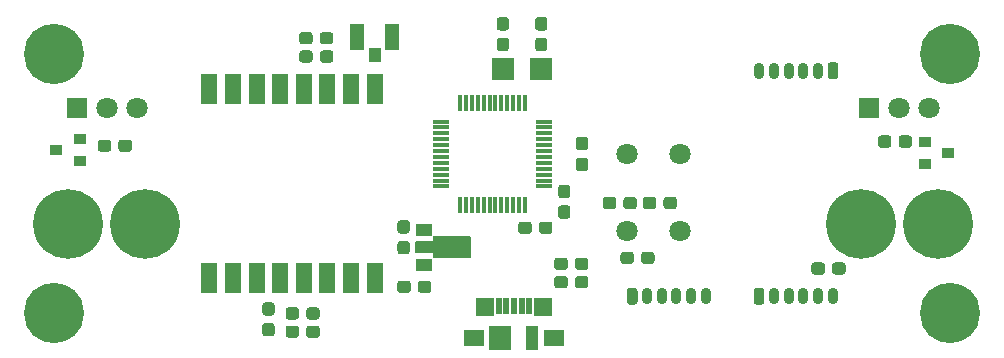
<source format=gts>
G04 #@! TF.GenerationSoftware,KiCad,Pcbnew,5.99.0-unknown-c7daca1~86~ubuntu18.04.1*
G04 #@! TF.CreationDate,2020-03-27T13:13:07-03:00*
G04 #@! TF.ProjectId,FOD,464f442e-6b69-4636-9164-5f7063625858,rev?*
G04 #@! TF.SameCoordinates,Original*
G04 #@! TF.FileFunction,Soldermask,Top*
G04 #@! TF.FilePolarity,Negative*
%FSLAX46Y46*%
G04 Gerber Fmt 4.6, Leading zero omitted, Abs format (unit mm)*
G04 Created by KiCad (PCBNEW 5.99.0-unknown-c7daca1~86~ubuntu18.04.1) date 2020-03-27 13:13:07*
%MOMM*%
%LPD*%
G01*
G04 APERTURE LIST*
%ADD10R,1.850000X1.900000*%
%ADD11C,5.900000*%
%ADD12C,5.100000*%
%ADD13C,1.800000*%
%ADD14R,1.800000X1.800000*%
%ADD15R,1.400000X2.600000*%
%ADD16R,1.400000X1.000000*%
%ADD17R,1.400000X0.350000*%
%ADD18R,0.350000X1.400000*%
%ADD19R,1.000000X0.900000*%
%ADD20R,1.150000X2.300000*%
%ADD21R,1.100000X1.150000*%
%ADD22O,0.900000X1.400000*%
%ADD23R,1.100000X2.000000*%
%ADD24R,1.900000X2.000000*%
%ADD25R,1.750000X1.400000*%
%ADD26R,1.525000X1.650000*%
%ADD27R,0.550000X1.480000*%
G04 APERTURE END LIST*
G36*
G01*
X169175000Y-101962500D02*
X169175000Y-101437500D01*
G75*
G02*
X169437500Y-101175000I262500J0D01*
G01*
X170062500Y-101175000D01*
G75*
G02*
X170325000Y-101437500I0J-262500D01*
G01*
X170325000Y-101962500D01*
G75*
G02*
X170062500Y-102225000I-262500J0D01*
G01*
X169437500Y-102225000D01*
G75*
G02*
X169175000Y-101962500I0J262500D01*
G01*
G37*
G36*
G01*
X167425000Y-101962500D02*
X167425000Y-101437500D01*
G75*
G02*
X167687500Y-101175000I262500J0D01*
G01*
X168312500Y-101175000D01*
G75*
G02*
X168575000Y-101437500I0J-262500D01*
G01*
X168575000Y-101962500D01*
G75*
G02*
X168312500Y-102225000I-262500J0D01*
G01*
X167687500Y-102225000D01*
G75*
G02*
X167425000Y-101962500I0J262500D01*
G01*
G37*
D10*
X141300000Y-84800000D03*
X144550000Y-84800000D03*
D11*
X171600000Y-97900000D03*
X178100000Y-97900000D03*
X111000000Y-97900000D03*
X104500000Y-97900000D03*
D12*
X179200000Y-83500000D03*
X179200000Y-105500000D03*
X103300000Y-105500000D03*
X103300000Y-83500000D03*
D13*
X110290000Y-88100000D03*
X107750000Y-88100000D03*
D14*
X105210000Y-88100000D03*
D13*
X177390000Y-88100000D03*
X174850000Y-88100000D03*
D14*
X172310000Y-88100000D03*
D15*
X116450000Y-86500000D03*
X118450000Y-86500000D03*
X120450000Y-86500000D03*
X122450000Y-86500000D03*
X124450000Y-86500000D03*
X126450000Y-86500000D03*
X128450000Y-86500000D03*
X130450000Y-86500000D03*
X130450000Y-102500000D03*
X128450000Y-102500000D03*
X126450000Y-102500000D03*
X124450000Y-102500000D03*
X122450000Y-102500000D03*
X120450000Y-102500000D03*
X118450000Y-102500000D03*
X116450000Y-102500000D03*
G36*
X138589092Y-99002326D02*
G01*
X138600000Y-99033500D01*
X138600000Y-100766500D01*
X138581174Y-100805592D01*
X138550000Y-100816500D01*
X135425000Y-100816500D01*
X135385908Y-100797674D01*
X135375000Y-100766500D01*
X135375000Y-100400000D01*
X133950000Y-100400000D01*
X133910908Y-100381174D01*
X133900000Y-100350000D01*
X133900000Y-99450000D01*
X133918826Y-99410908D01*
X133950000Y-99400000D01*
X135375000Y-99400000D01*
X135375000Y-99033500D01*
X135393826Y-98994408D01*
X135425000Y-98983500D01*
X138550000Y-98983500D01*
X138589092Y-99002326D01*
G37*
D16*
X134600000Y-101400000D03*
X134600000Y-98400000D03*
D17*
X144775000Y-89250000D03*
X144775000Y-89750000D03*
X144775000Y-90250000D03*
X144775000Y-90750000D03*
X144775000Y-91250000D03*
X144775000Y-91750000D03*
X144775000Y-92250000D03*
X144775000Y-92750000D03*
X144775000Y-93250000D03*
X144775000Y-93750000D03*
X144775000Y-94250000D03*
X144775000Y-94750000D03*
D18*
X143175000Y-96350000D03*
X142675000Y-96350000D03*
X142175000Y-96350000D03*
X141675000Y-96350000D03*
X141175000Y-96350000D03*
X140675000Y-96350000D03*
X140175000Y-96350000D03*
X139675000Y-96350000D03*
X139175000Y-96350000D03*
X138675000Y-96350000D03*
X138175000Y-96350000D03*
X137675000Y-96350000D03*
D17*
X136075000Y-94750000D03*
X136075000Y-94250000D03*
X136075000Y-93750000D03*
X136075000Y-93250000D03*
X136075000Y-92750000D03*
X136075000Y-92250000D03*
X136075000Y-91750000D03*
X136075000Y-91250000D03*
X136075000Y-90750000D03*
X136075000Y-90250000D03*
X136075000Y-89750000D03*
X136075000Y-89250000D03*
D18*
X137675000Y-87650000D03*
X138175000Y-87650000D03*
X138675000Y-87650000D03*
X139175000Y-87650000D03*
X139675000Y-87650000D03*
X140175000Y-87650000D03*
X140675000Y-87650000D03*
X141175000Y-87650000D03*
X141675000Y-87650000D03*
X142175000Y-87650000D03*
X142675000Y-87650000D03*
X143175000Y-87650000D03*
D13*
X151800000Y-92000000D03*
X151800000Y-98500000D03*
X156300000Y-92000000D03*
X156300000Y-98500000D03*
G36*
G01*
X108750000Y-91562500D02*
X108750000Y-91037500D01*
G75*
G02*
X109012500Y-90775000I262500J0D01*
G01*
X109637500Y-90775000D01*
G75*
G02*
X109900000Y-91037500I0J-262500D01*
G01*
X109900000Y-91562500D01*
G75*
G02*
X109637500Y-91825000I-262500J0D01*
G01*
X109012500Y-91825000D01*
G75*
G02*
X108750000Y-91562500I0J262500D01*
G01*
G37*
G36*
G01*
X107000000Y-91562500D02*
X107000000Y-91037500D01*
G75*
G02*
X107262500Y-90775000I262500J0D01*
G01*
X107887500Y-90775000D01*
G75*
G02*
X108150000Y-91037500I0J-262500D01*
G01*
X108150000Y-91562500D01*
G75*
G02*
X107887500Y-91825000I-262500J0D01*
G01*
X107262500Y-91825000D01*
G75*
G02*
X107000000Y-91562500I0J262500D01*
G01*
G37*
G36*
G01*
X174200000Y-90687500D02*
X174200000Y-91212500D01*
G75*
G02*
X173937500Y-91475000I-262500J0D01*
G01*
X173312500Y-91475000D01*
G75*
G02*
X173050000Y-91212500I0J262500D01*
G01*
X173050000Y-90687500D01*
G75*
G02*
X173312500Y-90425000I262500J0D01*
G01*
X173937500Y-90425000D01*
G75*
G02*
X174200000Y-90687500I0J-262500D01*
G01*
G37*
G36*
G01*
X175950000Y-90687500D02*
X175950000Y-91212500D01*
G75*
G02*
X175687500Y-91475000I-262500J0D01*
G01*
X175062500Y-91475000D01*
G75*
G02*
X174800000Y-91212500I0J262500D01*
G01*
X174800000Y-90687500D01*
G75*
G02*
X175062500Y-90425000I262500J0D01*
G01*
X175687500Y-90425000D01*
G75*
G02*
X175950000Y-90687500I0J-262500D01*
G01*
G37*
G36*
G01*
X121712500Y-105700000D02*
X121187500Y-105700000D01*
G75*
G02*
X120925000Y-105437500I0J262500D01*
G01*
X120925000Y-104812500D01*
G75*
G02*
X121187500Y-104550000I262500J0D01*
G01*
X121712500Y-104550000D01*
G75*
G02*
X121975000Y-104812500I0J-262500D01*
G01*
X121975000Y-105437500D01*
G75*
G02*
X121712500Y-105700000I-262500J0D01*
G01*
G37*
G36*
G01*
X121712500Y-107450000D02*
X121187500Y-107450000D01*
G75*
G02*
X120925000Y-107187500I0J262500D01*
G01*
X120925000Y-106562500D01*
G75*
G02*
X121187500Y-106300000I262500J0D01*
G01*
X121712500Y-106300000D01*
G75*
G02*
X121975000Y-106562500I0J-262500D01*
G01*
X121975000Y-107187500D01*
G75*
G02*
X121712500Y-107450000I-262500J0D01*
G01*
G37*
G36*
G01*
X146237500Y-96350000D02*
X146762500Y-96350000D01*
G75*
G02*
X147025000Y-96612500I0J-262500D01*
G01*
X147025000Y-97237500D01*
G75*
G02*
X146762500Y-97500000I-262500J0D01*
G01*
X146237500Y-97500000D01*
G75*
G02*
X145975000Y-97237500I0J262500D01*
G01*
X145975000Y-96612500D01*
G75*
G02*
X146237500Y-96350000I262500J0D01*
G01*
G37*
G36*
G01*
X146237500Y-94600000D02*
X146762500Y-94600000D01*
G75*
G02*
X147025000Y-94862500I0J-262500D01*
G01*
X147025000Y-95487500D01*
G75*
G02*
X146762500Y-95750000I-262500J0D01*
G01*
X146237500Y-95750000D01*
G75*
G02*
X145975000Y-95487500I0J262500D01*
G01*
X145975000Y-94862500D01*
G75*
G02*
X146237500Y-94600000I262500J0D01*
G01*
G37*
G36*
G01*
X146800000Y-101037500D02*
X146800000Y-101562500D01*
G75*
G02*
X146537500Y-101825000I-262500J0D01*
G01*
X145912500Y-101825000D01*
G75*
G02*
X145650000Y-101562500I0J262500D01*
G01*
X145650000Y-101037500D01*
G75*
G02*
X145912500Y-100775000I262500J0D01*
G01*
X146537500Y-100775000D01*
G75*
G02*
X146800000Y-101037500I0J-262500D01*
G01*
G37*
G36*
G01*
X148550000Y-101037500D02*
X148550000Y-101562500D01*
G75*
G02*
X148287500Y-101825000I-262500J0D01*
G01*
X147662500Y-101825000D01*
G75*
G02*
X147400000Y-101562500I0J262500D01*
G01*
X147400000Y-101037500D01*
G75*
G02*
X147662500Y-100775000I262500J0D01*
G01*
X148287500Y-100775000D01*
G75*
G02*
X148550000Y-101037500I0J-262500D01*
G01*
G37*
G36*
G01*
X152400000Y-100537500D02*
X152400000Y-101062500D01*
G75*
G02*
X152137500Y-101325000I-262500J0D01*
G01*
X151512500Y-101325000D01*
G75*
G02*
X151250000Y-101062500I0J262500D01*
G01*
X151250000Y-100537500D01*
G75*
G02*
X151512500Y-100275000I262500J0D01*
G01*
X152137500Y-100275000D01*
G75*
G02*
X152400000Y-100537500I0J-262500D01*
G01*
G37*
G36*
G01*
X154150000Y-100537500D02*
X154150000Y-101062500D01*
G75*
G02*
X153887500Y-101325000I-262500J0D01*
G01*
X153262500Y-101325000D01*
G75*
G02*
X153000000Y-101062500I0J262500D01*
G01*
X153000000Y-100537500D01*
G75*
G02*
X153262500Y-100275000I262500J0D01*
G01*
X153887500Y-100275000D01*
G75*
G02*
X154150000Y-100537500I0J-262500D01*
G01*
G37*
G36*
G01*
X154900000Y-96412500D02*
X154900000Y-95887500D01*
G75*
G02*
X155162500Y-95625000I262500J0D01*
G01*
X155787500Y-95625000D01*
G75*
G02*
X156050000Y-95887500I0J-262500D01*
G01*
X156050000Y-96412500D01*
G75*
G02*
X155787500Y-96675000I-262500J0D01*
G01*
X155162500Y-96675000D01*
G75*
G02*
X154900000Y-96412500I0J262500D01*
G01*
G37*
G36*
G01*
X153150000Y-96412500D02*
X153150000Y-95887500D01*
G75*
G02*
X153412500Y-95625000I262500J0D01*
G01*
X154037500Y-95625000D01*
G75*
G02*
X154300000Y-95887500I0J-262500D01*
G01*
X154300000Y-96412500D01*
G75*
G02*
X154037500Y-96675000I-262500J0D01*
G01*
X153412500Y-96675000D01*
G75*
G02*
X153150000Y-96412500I0J262500D01*
G01*
G37*
D19*
X103500000Y-91650000D03*
X105500000Y-90700000D03*
X105500000Y-92600000D03*
X179000000Y-91900000D03*
X177000000Y-92850000D03*
X177000000Y-90950000D03*
D20*
X128975000Y-82125000D03*
D21*
X130450000Y-83650000D03*
D20*
X131925000Y-82125000D03*
D22*
X158500000Y-104050000D03*
X157250000Y-104050000D03*
X156000000Y-104050000D03*
X154750000Y-104050000D03*
X153500000Y-104050000D03*
G36*
G01*
X151800000Y-104525000D02*
X151800000Y-103575000D01*
G75*
G02*
X152025000Y-103350000I225000J0D01*
G01*
X152475000Y-103350000D01*
G75*
G02*
X152700000Y-103575000I0J-225000D01*
G01*
X152700000Y-104525000D01*
G75*
G02*
X152475000Y-104750000I-225000J0D01*
G01*
X152025000Y-104750000D01*
G75*
G02*
X151800000Y-104525000I0J225000D01*
G01*
G37*
X163000000Y-84950000D03*
X164250000Y-84950000D03*
X165500000Y-84950000D03*
X166750000Y-84950000D03*
X168000000Y-84950000D03*
G36*
G01*
X169700000Y-84475000D02*
X169700000Y-85425000D01*
G75*
G02*
X169475000Y-85650000I-225000J0D01*
G01*
X169025000Y-85650000D01*
G75*
G02*
X168800000Y-85425000I0J225000D01*
G01*
X168800000Y-84475000D01*
G75*
G02*
X169025000Y-84250000I225000J0D01*
G01*
X169475000Y-84250000D01*
G75*
G02*
X169700000Y-84475000I0J-225000D01*
G01*
G37*
X169250000Y-104050000D03*
X168000000Y-104050000D03*
X166750000Y-104050000D03*
X165500000Y-104050000D03*
X164250000Y-104050000D03*
G36*
G01*
X162550000Y-104525000D02*
X162550000Y-103575000D01*
G75*
G02*
X162775000Y-103350000I225000J0D01*
G01*
X163225000Y-103350000D01*
G75*
G02*
X163450000Y-103575000I0J-225000D01*
G01*
X163450000Y-104525000D01*
G75*
G02*
X163225000Y-104750000I-225000J0D01*
G01*
X162775000Y-104750000D01*
G75*
G02*
X162550000Y-104525000I0J225000D01*
G01*
G37*
D23*
X143800000Y-107550000D03*
D24*
X141100000Y-107550000D03*
D25*
X145625000Y-107550000D03*
X138875000Y-107550000D03*
D26*
X144737500Y-104975000D03*
X139762500Y-104975000D03*
D27*
X143550000Y-104890000D03*
X142900000Y-104890000D03*
X142250000Y-104890000D03*
X141600000Y-104890000D03*
X140950000Y-104890000D03*
G36*
G01*
X124650000Y-105762500D02*
X124650000Y-105237500D01*
G75*
G02*
X124912500Y-104975000I262500J0D01*
G01*
X125537500Y-104975000D01*
G75*
G02*
X125800000Y-105237500I0J-262500D01*
G01*
X125800000Y-105762500D01*
G75*
G02*
X125537500Y-106025000I-262500J0D01*
G01*
X124912500Y-106025000D01*
G75*
G02*
X124650000Y-105762500I0J262500D01*
G01*
G37*
G36*
G01*
X122900000Y-105762500D02*
X122900000Y-105237500D01*
G75*
G02*
X123162500Y-104975000I262500J0D01*
G01*
X123787500Y-104975000D01*
G75*
G02*
X124050000Y-105237500I0J-262500D01*
G01*
X124050000Y-105762500D01*
G75*
G02*
X123787500Y-106025000I-262500J0D01*
G01*
X123162500Y-106025000D01*
G75*
G02*
X122900000Y-105762500I0J262500D01*
G01*
G37*
G36*
G01*
X124650000Y-107312500D02*
X124650000Y-106787500D01*
G75*
G02*
X124912500Y-106525000I262500J0D01*
G01*
X125537500Y-106525000D01*
G75*
G02*
X125800000Y-106787500I0J-262500D01*
G01*
X125800000Y-107312500D01*
G75*
G02*
X125537500Y-107575000I-262500J0D01*
G01*
X124912500Y-107575000D01*
G75*
G02*
X124650000Y-107312500I0J262500D01*
G01*
G37*
G36*
G01*
X122900000Y-107312500D02*
X122900000Y-106787500D01*
G75*
G02*
X123162500Y-106525000I262500J0D01*
G01*
X123787500Y-106525000D01*
G75*
G02*
X124050000Y-106787500I0J-262500D01*
G01*
X124050000Y-107312500D01*
G75*
G02*
X123787500Y-107575000I-262500J0D01*
G01*
X123162500Y-107575000D01*
G75*
G02*
X122900000Y-107312500I0J262500D01*
G01*
G37*
G36*
G01*
X133500000Y-102987500D02*
X133500000Y-103512500D01*
G75*
G02*
X133237500Y-103775000I-262500J0D01*
G01*
X132612500Y-103775000D01*
G75*
G02*
X132350000Y-103512500I0J262500D01*
G01*
X132350000Y-102987500D01*
G75*
G02*
X132612500Y-102725000I262500J0D01*
G01*
X133237500Y-102725000D01*
G75*
G02*
X133500000Y-102987500I0J-262500D01*
G01*
G37*
G36*
G01*
X135250000Y-102987500D02*
X135250000Y-103512500D01*
G75*
G02*
X134987500Y-103775000I-262500J0D01*
G01*
X134362500Y-103775000D01*
G75*
G02*
X134100000Y-103512500I0J262500D01*
G01*
X134100000Y-102987500D01*
G75*
G02*
X134362500Y-102725000I262500J0D01*
G01*
X134987500Y-102725000D01*
G75*
G02*
X135250000Y-102987500I0J-262500D01*
G01*
G37*
G36*
G01*
X133162500Y-98750000D02*
X132637500Y-98750000D01*
G75*
G02*
X132375000Y-98487500I0J262500D01*
G01*
X132375000Y-97862500D01*
G75*
G02*
X132637500Y-97600000I262500J0D01*
G01*
X133162500Y-97600000D01*
G75*
G02*
X133425000Y-97862500I0J-262500D01*
G01*
X133425000Y-98487500D01*
G75*
G02*
X133162500Y-98750000I-262500J0D01*
G01*
G37*
G36*
G01*
X133162500Y-100500000D02*
X132637500Y-100500000D01*
G75*
G02*
X132375000Y-100237500I0J262500D01*
G01*
X132375000Y-99612500D01*
G75*
G02*
X132637500Y-99350000I262500J0D01*
G01*
X133162500Y-99350000D01*
G75*
G02*
X133425000Y-99612500I0J-262500D01*
G01*
X133425000Y-100237500D01*
G75*
G02*
X133162500Y-100500000I-262500J0D01*
G01*
G37*
G36*
G01*
X141562500Y-81550000D02*
X141037500Y-81550000D01*
G75*
G02*
X140775000Y-81287500I0J262500D01*
G01*
X140775000Y-80662500D01*
G75*
G02*
X141037500Y-80400000I262500J0D01*
G01*
X141562500Y-80400000D01*
G75*
G02*
X141825000Y-80662500I0J-262500D01*
G01*
X141825000Y-81287500D01*
G75*
G02*
X141562500Y-81550000I-262500J0D01*
G01*
G37*
G36*
G01*
X141562500Y-83300000D02*
X141037500Y-83300000D01*
G75*
G02*
X140775000Y-83037500I0J262500D01*
G01*
X140775000Y-82412500D01*
G75*
G02*
X141037500Y-82150000I262500J0D01*
G01*
X141562500Y-82150000D01*
G75*
G02*
X141825000Y-82412500I0J-262500D01*
G01*
X141825000Y-83037500D01*
G75*
G02*
X141562500Y-83300000I-262500J0D01*
G01*
G37*
G36*
G01*
X144812500Y-81550000D02*
X144287500Y-81550000D01*
G75*
G02*
X144025000Y-81287500I0J262500D01*
G01*
X144025000Y-80662500D01*
G75*
G02*
X144287500Y-80400000I262500J0D01*
G01*
X144812500Y-80400000D01*
G75*
G02*
X145075000Y-80662500I0J-262500D01*
G01*
X145075000Y-81287500D01*
G75*
G02*
X144812500Y-81550000I-262500J0D01*
G01*
G37*
G36*
G01*
X144812500Y-83300000D02*
X144287500Y-83300000D01*
G75*
G02*
X144025000Y-83037500I0J262500D01*
G01*
X144025000Y-82412500D01*
G75*
G02*
X144287500Y-82150000I262500J0D01*
G01*
X144812500Y-82150000D01*
G75*
G02*
X145075000Y-82412500I0J-262500D01*
G01*
X145075000Y-83037500D01*
G75*
G02*
X144812500Y-83300000I-262500J0D01*
G01*
G37*
G36*
G01*
X150900000Y-95887500D02*
X150900000Y-96412500D01*
G75*
G02*
X150637500Y-96675000I-262500J0D01*
G01*
X150012500Y-96675000D01*
G75*
G02*
X149750000Y-96412500I0J262500D01*
G01*
X149750000Y-95887500D01*
G75*
G02*
X150012500Y-95625000I262500J0D01*
G01*
X150637500Y-95625000D01*
G75*
G02*
X150900000Y-95887500I0J-262500D01*
G01*
G37*
G36*
G01*
X152650000Y-95887500D02*
X152650000Y-96412500D01*
G75*
G02*
X152387500Y-96675000I-262500J0D01*
G01*
X151762500Y-96675000D01*
G75*
G02*
X151500000Y-96412500I0J262500D01*
G01*
X151500000Y-95887500D01*
G75*
G02*
X151762500Y-95625000I262500J0D01*
G01*
X152387500Y-95625000D01*
G75*
G02*
X152650000Y-95887500I0J-262500D01*
G01*
G37*
G36*
G01*
X146800000Y-102587500D02*
X146800000Y-103112500D01*
G75*
G02*
X146537500Y-103375000I-262500J0D01*
G01*
X145912500Y-103375000D01*
G75*
G02*
X145650000Y-103112500I0J262500D01*
G01*
X145650000Y-102587500D01*
G75*
G02*
X145912500Y-102325000I262500J0D01*
G01*
X146537500Y-102325000D01*
G75*
G02*
X146800000Y-102587500I0J-262500D01*
G01*
G37*
G36*
G01*
X148550000Y-102587500D02*
X148550000Y-103112500D01*
G75*
G02*
X148287500Y-103375000I-262500J0D01*
G01*
X147662500Y-103375000D01*
G75*
G02*
X147400000Y-103112500I0J262500D01*
G01*
X147400000Y-102587500D01*
G75*
G02*
X147662500Y-102325000I262500J0D01*
G01*
X148287500Y-102325000D01*
G75*
G02*
X148550000Y-102587500I0J-262500D01*
G01*
G37*
G36*
G01*
X143750000Y-97987500D02*
X143750000Y-98512500D01*
G75*
G02*
X143487500Y-98775000I-262500J0D01*
G01*
X142862500Y-98775000D01*
G75*
G02*
X142600000Y-98512500I0J262500D01*
G01*
X142600000Y-97987500D01*
G75*
G02*
X142862500Y-97725000I262500J0D01*
G01*
X143487500Y-97725000D01*
G75*
G02*
X143750000Y-97987500I0J-262500D01*
G01*
G37*
G36*
G01*
X145500000Y-97987500D02*
X145500000Y-98512500D01*
G75*
G02*
X145237500Y-98775000I-262500J0D01*
G01*
X144612500Y-98775000D01*
G75*
G02*
X144350000Y-98512500I0J262500D01*
G01*
X144350000Y-97987500D01*
G75*
G02*
X144612500Y-97725000I262500J0D01*
G01*
X145237500Y-97725000D01*
G75*
G02*
X145500000Y-97987500I0J-262500D01*
G01*
G37*
G36*
G01*
X147737500Y-92300000D02*
X148262500Y-92300000D01*
G75*
G02*
X148525000Y-92562500I0J-262500D01*
G01*
X148525000Y-93187500D01*
G75*
G02*
X148262500Y-93450000I-262500J0D01*
G01*
X147737500Y-93450000D01*
G75*
G02*
X147475000Y-93187500I0J262500D01*
G01*
X147475000Y-92562500D01*
G75*
G02*
X147737500Y-92300000I262500J0D01*
G01*
G37*
G36*
G01*
X147737500Y-90550000D02*
X148262500Y-90550000D01*
G75*
G02*
X148525000Y-90812500I0J-262500D01*
G01*
X148525000Y-91437500D01*
G75*
G02*
X148262500Y-91700000I-262500J0D01*
G01*
X147737500Y-91700000D01*
G75*
G02*
X147475000Y-91437500I0J262500D01*
G01*
X147475000Y-90812500D01*
G75*
G02*
X147737500Y-90550000I262500J0D01*
G01*
G37*
G36*
G01*
X125800000Y-82462500D02*
X125800000Y-81937500D01*
G75*
G02*
X126062500Y-81675000I262500J0D01*
G01*
X126687500Y-81675000D01*
G75*
G02*
X126950000Y-81937500I0J-262500D01*
G01*
X126950000Y-82462500D01*
G75*
G02*
X126687500Y-82725000I-262500J0D01*
G01*
X126062500Y-82725000D01*
G75*
G02*
X125800000Y-82462500I0J262500D01*
G01*
G37*
G36*
G01*
X124050000Y-82462500D02*
X124050000Y-81937500D01*
G75*
G02*
X124312500Y-81675000I262500J0D01*
G01*
X124937500Y-81675000D01*
G75*
G02*
X125200000Y-81937500I0J-262500D01*
G01*
X125200000Y-82462500D01*
G75*
G02*
X124937500Y-82725000I-262500J0D01*
G01*
X124312500Y-82725000D01*
G75*
G02*
X124050000Y-82462500I0J262500D01*
G01*
G37*
G36*
G01*
X125800000Y-84012500D02*
X125800000Y-83487500D01*
G75*
G02*
X126062500Y-83225000I262500J0D01*
G01*
X126687500Y-83225000D01*
G75*
G02*
X126950000Y-83487500I0J-262500D01*
G01*
X126950000Y-84012500D01*
G75*
G02*
X126687500Y-84275000I-262500J0D01*
G01*
X126062500Y-84275000D01*
G75*
G02*
X125800000Y-84012500I0J262500D01*
G01*
G37*
G36*
G01*
X124050000Y-84012500D02*
X124050000Y-83487500D01*
G75*
G02*
X124312500Y-83225000I262500J0D01*
G01*
X124937500Y-83225000D01*
G75*
G02*
X125200000Y-83487500I0J-262500D01*
G01*
X125200000Y-84012500D01*
G75*
G02*
X124937500Y-84275000I-262500J0D01*
G01*
X124312500Y-84275000D01*
G75*
G02*
X124050000Y-84012500I0J262500D01*
G01*
G37*
M02*

</source>
